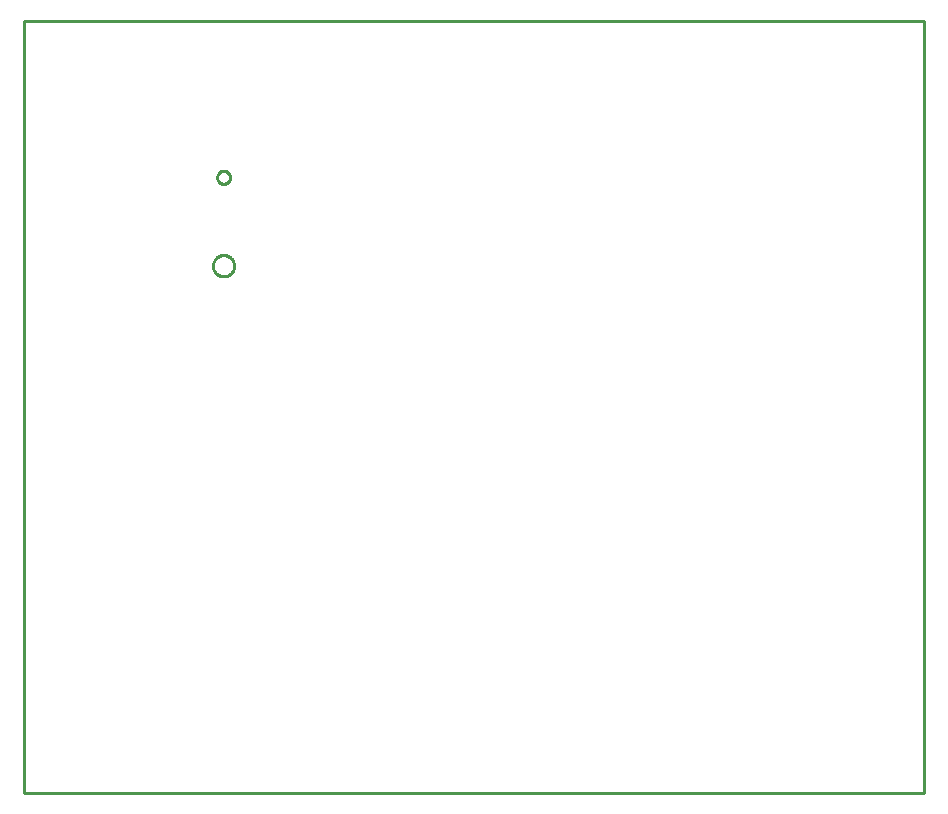
<source format=gbr>
G04 EAGLE Gerber RS-274X export*
G75*
%MOMM*%
%FSLAX34Y34*%
%LPD*%
%INSolderpaste Bottom*%
%IPPOS*%
%AMOC8*
5,1,8,0,0,1.08239X$1,22.5*%
G01*
%ADD10C,0.254000*%


D10*
X0Y0D02*
X762000Y0D01*
X762000Y654050D01*
X0Y654050D01*
X0Y0D01*
X177910Y446012D02*
X177842Y445229D01*
X177705Y444455D01*
X177502Y443696D01*
X177233Y442958D01*
X176901Y442245D01*
X176508Y441565D01*
X176057Y440921D01*
X175552Y440319D01*
X174996Y439763D01*
X174394Y439258D01*
X173750Y438807D01*
X173070Y438414D01*
X172357Y438082D01*
X171619Y437813D01*
X170860Y437610D01*
X170086Y437474D01*
X169303Y437405D01*
X168517Y437405D01*
X167734Y437474D01*
X166960Y437610D01*
X166201Y437813D01*
X165463Y438082D01*
X164750Y438414D01*
X164070Y438807D01*
X163426Y439258D01*
X162824Y439763D01*
X162268Y440319D01*
X161763Y440921D01*
X161312Y441565D01*
X160919Y442245D01*
X160587Y442958D01*
X160318Y443696D01*
X160115Y444455D01*
X159979Y445229D01*
X159910Y446012D01*
X159910Y446798D01*
X159979Y447581D01*
X160115Y448355D01*
X160318Y449114D01*
X160587Y449852D01*
X160919Y450565D01*
X161312Y451245D01*
X161763Y451889D01*
X162268Y452491D01*
X162824Y453047D01*
X163426Y453552D01*
X164070Y454003D01*
X164750Y454396D01*
X165463Y454728D01*
X166201Y454997D01*
X166960Y455200D01*
X167734Y455337D01*
X168517Y455405D01*
X169303Y455405D01*
X170086Y455337D01*
X170860Y455200D01*
X171619Y454997D01*
X172357Y454728D01*
X173070Y454396D01*
X173750Y454003D01*
X174394Y453552D01*
X174996Y453047D01*
X175552Y452491D01*
X176057Y451889D01*
X176508Y451245D01*
X176901Y450565D01*
X177233Y449852D01*
X177502Y449114D01*
X177705Y448355D01*
X177842Y447581D01*
X177910Y446798D01*
X177910Y446012D01*
X174410Y521026D02*
X174341Y520412D01*
X174203Y519810D01*
X173999Y519227D01*
X173731Y518670D01*
X173403Y518147D01*
X173018Y517664D01*
X172581Y517228D01*
X172098Y516842D01*
X171575Y516514D01*
X171018Y516246D01*
X170435Y516042D01*
X169833Y515904D01*
X169219Y515835D01*
X168601Y515835D01*
X167987Y515904D01*
X167385Y516042D01*
X166802Y516246D01*
X166245Y516514D01*
X165722Y516842D01*
X165239Y517228D01*
X164803Y517664D01*
X164417Y518147D01*
X164089Y518670D01*
X163821Y519227D01*
X163617Y519810D01*
X163479Y520412D01*
X163410Y521026D01*
X163410Y521644D01*
X163479Y522258D01*
X163617Y522860D01*
X163821Y523443D01*
X164089Y524000D01*
X164417Y524523D01*
X164803Y525006D01*
X165239Y525443D01*
X165722Y525828D01*
X166245Y526156D01*
X166802Y526424D01*
X167385Y526628D01*
X167987Y526766D01*
X168601Y526835D01*
X169219Y526835D01*
X169833Y526766D01*
X170435Y526628D01*
X171018Y526424D01*
X171575Y526156D01*
X172098Y525828D01*
X172581Y525443D01*
X173018Y525006D01*
X173403Y524523D01*
X173731Y524000D01*
X173999Y523443D01*
X174203Y522860D01*
X174341Y522258D01*
X174410Y521644D01*
X174410Y521026D01*
M02*

</source>
